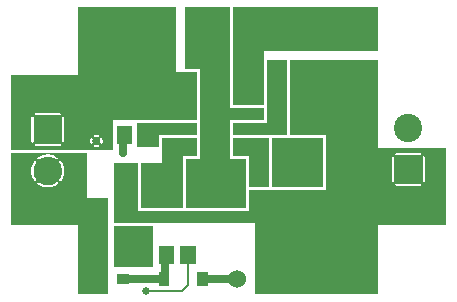
<source format=gbr>
G04 start of page 2 for group 0 idx 0 *
G04 Title: SFT-HW-0022, top *
G04 Creator: pcb 20110918 *
G04 CreationDate: Thu 04 Dec 2014 01:03:43 AM GMT UTC *
G04 For: tgack *
G04 Format: Gerber/RS-274X *
G04 PCB-Dimensions: 150000 100000 *
G04 PCB-Coordinate-Origin: lower left *
%MOIN*%
%FSLAX25Y25*%
%LNTOP*%
%ADD26C,0.0472*%
%ADD25C,0.1200*%
%ADD24C,0.0350*%
%ADD23C,0.0120*%
%ADD22C,0.0600*%
%ADD21C,0.0260*%
%ADD20R,0.0945X0.0945*%
%ADD19R,0.0200X0.0200*%
%ADD18R,0.0669X0.0669*%
%ADD17R,0.0340X0.0340*%
%ADD16R,0.0358X0.0358*%
%ADD15R,0.0512X0.0512*%
%ADD14C,0.0945*%
%ADD13C,0.0080*%
%ADD12C,0.0250*%
%ADD11C,0.0001*%
G54D11*G36*
X76500Y65000D02*Y97500D01*
X125000D01*
Y83000D01*
X87000D01*
Y65000D01*
X76500D01*
G37*
G36*
X89500Y37500D02*Y54000D01*
X106500D01*
Y37500D01*
X89500D01*
G37*
G36*
X76500Y48000D02*Y54000D01*
X88500D01*
Y37500D01*
X82000D01*
Y48000D01*
X76500D01*
G37*
G36*
Y55000D02*Y59000D01*
X88000D01*
Y80000D01*
X94500D01*
Y55000D01*
X76500D01*
G37*
G36*
X64500Y59000D02*Y55000D01*
X52000D01*
Y51000D01*
X44500D01*
Y59000D01*
X64500D01*
G37*
G36*
X37000Y11000D02*Y24500D01*
X50000D01*
Y11000D01*
X37000D01*
G37*
G36*
X64500Y54000D02*Y48000D01*
X60000D01*
Y30500D01*
X46000D01*
Y45500D01*
X53000D01*
Y54000D01*
X64500D01*
G37*
G36*
X19413Y43910D02*X19428Y43845D01*
X19485Y43424D01*
X19504Y43000D01*
X19485Y42576D01*
X19428Y42155D01*
X19413Y42090D01*
Y43910D01*
G37*
G36*
Y49000D02*X28000D01*
Y34000D01*
X35000D01*
Y2000D01*
X25000D01*
Y25000D01*
X19413D01*
Y39995D01*
X19525Y40160D01*
X19761Y40597D01*
X19956Y41054D01*
X20110Y41527D01*
X20221Y42011D01*
X20288Y42504D01*
X20310Y43000D01*
X20288Y43496D01*
X20221Y43989D01*
X20110Y44473D01*
X19956Y44946D01*
X19761Y45403D01*
X19525Y45840D01*
X19413Y46009D01*
Y49000D01*
G37*
G36*
X14782D02*X19413D01*
Y46009D01*
X19251Y46255D01*
X19210Y46303D01*
X19161Y46345D01*
X19107Y46378D01*
X19048Y46402D01*
X18986Y46417D01*
X18922Y46422D01*
X18859Y46417D01*
X18797Y46402D01*
X18738Y46378D01*
X18684Y46344D01*
X18636Y46303D01*
X18594Y46254D01*
X18561Y46200D01*
X18537Y46141D01*
X18522Y46079D01*
X18517Y46016D01*
X18522Y45952D01*
X18537Y45890D01*
X18561Y45831D01*
X18596Y45778D01*
X18834Y45427D01*
X19035Y45053D01*
X19202Y44663D01*
X19334Y44259D01*
X19413Y43910D01*
Y42090D01*
X19334Y41741D01*
X19202Y41337D01*
X19035Y40947D01*
X18834Y40573D01*
X18600Y40219D01*
X18566Y40166D01*
X18541Y40108D01*
X18527Y40047D01*
X18522Y39984D01*
X18527Y39922D01*
X18541Y39860D01*
X18565Y39802D01*
X18598Y39748D01*
X18639Y39700D01*
X18687Y39660D01*
X18740Y39627D01*
X18799Y39602D01*
X18860Y39588D01*
X18923Y39583D01*
X18985Y39588D01*
X19047Y39602D01*
X19105Y39626D01*
X19158Y39659D01*
X19206Y39700D01*
X19246Y39748D01*
X19413Y39995D01*
Y25000D01*
X14782D01*
Y37470D01*
X15276Y37492D01*
X15769Y37559D01*
X16253Y37670D01*
X16726Y37824D01*
X17183Y38019D01*
X17620Y38255D01*
X18035Y38529D01*
X18083Y38570D01*
X18125Y38619D01*
X18158Y38673D01*
X18182Y38732D01*
X18197Y38794D01*
X18202Y38858D01*
X18197Y38921D01*
X18182Y38983D01*
X18158Y39042D01*
X18124Y39096D01*
X18083Y39144D01*
X18034Y39186D01*
X17980Y39219D01*
X17921Y39243D01*
X17859Y39258D01*
X17796Y39263D01*
X17732Y39258D01*
X17670Y39243D01*
X17611Y39219D01*
X17558Y39184D01*
X17207Y38946D01*
X16833Y38745D01*
X16443Y38578D01*
X16039Y38446D01*
X15625Y38352D01*
X15204Y38295D01*
X14782Y38276D01*
Y47724D01*
X15204Y47705D01*
X15625Y47648D01*
X16039Y47554D01*
X16443Y47422D01*
X16833Y47255D01*
X17207Y47054D01*
X17561Y46820D01*
X17614Y46786D01*
X17672Y46761D01*
X17733Y46747D01*
X17796Y46742D01*
X17858Y46747D01*
X17920Y46761D01*
X17978Y46785D01*
X18032Y46818D01*
X18080Y46859D01*
X18120Y46907D01*
X18153Y46960D01*
X18178Y47019D01*
X18192Y47080D01*
X18197Y47143D01*
X18192Y47205D01*
X18178Y47267D01*
X18154Y47325D01*
X18121Y47378D01*
X18080Y47426D01*
X18032Y47466D01*
X17620Y47745D01*
X17183Y47981D01*
X16726Y48176D01*
X16253Y48330D01*
X15769Y48441D01*
X15276Y48508D01*
X14782Y48530D01*
Y49000D01*
G37*
G36*
X10147D02*X14782D01*
Y48530D01*
X14780Y48530D01*
X14284Y48508D01*
X13791Y48441D01*
X13307Y48330D01*
X12834Y48176D01*
X12377Y47981D01*
X11940Y47745D01*
X11525Y47471D01*
X11477Y47430D01*
X11435Y47381D01*
X11402Y47327D01*
X11378Y47268D01*
X11363Y47206D01*
X11358Y47142D01*
X11363Y47079D01*
X11378Y47017D01*
X11402Y46958D01*
X11436Y46904D01*
X11477Y46856D01*
X11526Y46814D01*
X11580Y46781D01*
X11639Y46757D01*
X11701Y46742D01*
X11764Y46737D01*
X11828Y46742D01*
X11890Y46757D01*
X11949Y46781D01*
X12002Y46816D01*
X12353Y47054D01*
X12727Y47255D01*
X13117Y47422D01*
X13521Y47554D01*
X13935Y47648D01*
X14356Y47705D01*
X14780Y47724D01*
X14782Y47724D01*
Y38276D01*
X14780Y38276D01*
X14356Y38295D01*
X13935Y38352D01*
X13521Y38446D01*
X13117Y38578D01*
X12727Y38745D01*
X12353Y38946D01*
X11999Y39180D01*
X11946Y39214D01*
X11888Y39239D01*
X11827Y39253D01*
X11764Y39258D01*
X11702Y39253D01*
X11640Y39239D01*
X11582Y39215D01*
X11528Y39182D01*
X11480Y39141D01*
X11440Y39093D01*
X11407Y39040D01*
X11382Y38981D01*
X11368Y38920D01*
X11363Y38857D01*
X11368Y38795D01*
X11382Y38733D01*
X11406Y38675D01*
X11439Y38622D01*
X11480Y38574D01*
X11528Y38534D01*
X11940Y38255D01*
X12377Y38019D01*
X12834Y37824D01*
X13307Y37670D01*
X13791Y37559D01*
X14284Y37492D01*
X14780Y37470D01*
X14782Y37470D01*
Y25000D01*
X10147D01*
Y39991D01*
X10309Y39745D01*
X10350Y39697D01*
X10399Y39655D01*
X10453Y39622D01*
X10512Y39598D01*
X10574Y39583D01*
X10638Y39578D01*
X10701Y39583D01*
X10763Y39598D01*
X10822Y39622D01*
X10876Y39656D01*
X10924Y39697D01*
X10966Y39746D01*
X10999Y39800D01*
X11023Y39859D01*
X11038Y39921D01*
X11043Y39984D01*
X11038Y40048D01*
X11023Y40110D01*
X10999Y40169D01*
X10964Y40222D01*
X10726Y40573D01*
X10525Y40947D01*
X10358Y41337D01*
X10226Y41741D01*
X10147Y42090D01*
Y43910D01*
X10226Y44259D01*
X10358Y44663D01*
X10525Y45053D01*
X10726Y45427D01*
X10960Y45781D01*
X10994Y45834D01*
X11019Y45892D01*
X11033Y45953D01*
X11038Y46016D01*
X11033Y46078D01*
X11019Y46140D01*
X10995Y46198D01*
X10962Y46252D01*
X10921Y46300D01*
X10873Y46340D01*
X10820Y46373D01*
X10761Y46398D01*
X10700Y46412D01*
X10637Y46417D01*
X10575Y46412D01*
X10513Y46398D01*
X10455Y46374D01*
X10402Y46341D01*
X10354Y46300D01*
X10314Y46252D01*
X10147Y46005D01*
Y49000D01*
G37*
G36*
Y42090D02*X10132Y42155D01*
X10075Y42576D01*
X10056Y43000D01*
X10075Y43424D01*
X10132Y43845D01*
X10147Y43910D01*
Y42090D01*
G37*
G36*
X2500Y49000D02*X10147D01*
Y46005D01*
X10035Y45840D01*
X9799Y45403D01*
X9604Y44946D01*
X9450Y44473D01*
X9339Y43989D01*
X9272Y43496D01*
X9250Y43000D01*
X9272Y42504D01*
X9339Y42011D01*
X9450Y41527D01*
X9604Y41054D01*
X9799Y40597D01*
X10035Y40160D01*
X10147Y39991D01*
Y25000D01*
X2500D01*
Y49000D01*
G37*
G36*
X61000Y30500D02*Y47000D01*
X65500D01*
Y77000D01*
X60500D01*
Y97500D01*
X75500D01*
Y64000D01*
X87000D01*
Y60000D01*
X75500D01*
Y47000D01*
X81000D01*
Y30500D01*
X61000D01*
G37*
G36*
X140124Y50500D02*X147500D01*
Y25000D01*
X140124D01*
Y39174D01*
X140187Y39179D01*
X140248Y39194D01*
X140307Y39218D01*
X140360Y39251D01*
X140408Y39292D01*
X140449Y39340D01*
X140482Y39393D01*
X140506Y39452D01*
X140521Y39513D01*
X140524Y39576D01*
Y47424D01*
X140521Y47487D01*
X140506Y47548D01*
X140482Y47607D01*
X140449Y47660D01*
X140408Y47708D01*
X140360Y47749D01*
X140307Y47782D01*
X140248Y47806D01*
X140187Y47821D01*
X140124Y47826D01*
Y50500D01*
G37*
G36*
X135000D02*X140124D01*
Y47826D01*
X140062Y47821D01*
X140001Y47806D01*
X139942Y47782D01*
X139889Y47749D01*
X139841Y47708D01*
X139800Y47660D01*
X139767Y47607D01*
X139743Y47548D01*
X139728Y47487D01*
X139724Y47424D01*
Y39576D01*
X139728Y39513D01*
X139743Y39452D01*
X139767Y39393D01*
X139800Y39340D01*
X139841Y39292D01*
X139889Y39251D01*
X139942Y39218D01*
X140001Y39194D01*
X140062Y39179D01*
X140124Y39174D01*
Y25000D01*
X135000D01*
Y37976D01*
X138924D01*
X138987Y37979D01*
X139048Y37994D01*
X139107Y38018D01*
X139160Y38051D01*
X139208Y38092D01*
X139249Y38140D01*
X139282Y38193D01*
X139306Y38252D01*
X139321Y38313D01*
X139326Y38376D01*
X139321Y38438D01*
X139306Y38499D01*
X139282Y38558D01*
X139249Y38611D01*
X139208Y38659D01*
X139160Y38700D01*
X139107Y38733D01*
X139048Y38757D01*
X138987Y38772D01*
X138924Y38776D01*
X135000D01*
Y48225D01*
X138924D01*
X138987Y48228D01*
X139048Y48243D01*
X139107Y48267D01*
X139160Y48300D01*
X139208Y48341D01*
X139249Y48389D01*
X139282Y48442D01*
X139306Y48501D01*
X139321Y48562D01*
X139326Y48624D01*
X139321Y48687D01*
X139306Y48748D01*
X139282Y48807D01*
X139249Y48860D01*
X139208Y48908D01*
X139160Y48949D01*
X139107Y48982D01*
X139048Y49006D01*
X138987Y49021D01*
X138924Y49024D01*
X135000D01*
Y50500D01*
G37*
G36*
X129876D02*X135000D01*
Y49024D01*
X131076D01*
X131013Y49021D01*
X130952Y49006D01*
X130893Y48982D01*
X130840Y48949D01*
X130792Y48908D01*
X130751Y48860D01*
X130718Y48807D01*
X130694Y48748D01*
X130679Y48687D01*
X130674Y48624D01*
X130679Y48562D01*
X130694Y48501D01*
X130718Y48442D01*
X130751Y48389D01*
X130792Y48341D01*
X130840Y48300D01*
X130893Y48267D01*
X130952Y48243D01*
X131013Y48228D01*
X131076Y48225D01*
X135000D01*
Y38776D01*
X131076D01*
X131013Y38772D01*
X130952Y38757D01*
X130893Y38733D01*
X130840Y38700D01*
X130792Y38659D01*
X130751Y38611D01*
X130718Y38558D01*
X130694Y38499D01*
X130679Y38438D01*
X130674Y38376D01*
X130679Y38313D01*
X130694Y38252D01*
X130718Y38193D01*
X130751Y38140D01*
X130792Y38092D01*
X130840Y38051D01*
X130893Y38018D01*
X130952Y37994D01*
X131013Y37979D01*
X131076Y37976D01*
X135000D01*
Y25000D01*
X129876D01*
Y39174D01*
X129938Y39179D01*
X129999Y39194D01*
X130058Y39218D01*
X130111Y39251D01*
X130159Y39292D01*
X130200Y39340D01*
X130233Y39393D01*
X130257Y39452D01*
X130272Y39513D01*
X130275Y39576D01*
Y47424D01*
X130272Y47487D01*
X130257Y47548D01*
X130233Y47607D01*
X130200Y47660D01*
X130159Y47708D01*
X130111Y47749D01*
X130058Y47782D01*
X129999Y47806D01*
X129938Y47821D01*
X129876Y47826D01*
Y50500D01*
G37*
G36*
X37000Y45500D02*X45000D01*
Y29500D01*
X82000D01*
Y36500D01*
X107500D01*
Y55000D01*
X95500D01*
Y80000D01*
X125000D01*
Y50500D01*
X129876D01*
Y47826D01*
X129813Y47821D01*
X129752Y47806D01*
X129693Y47782D01*
X129640Y47749D01*
X129592Y47708D01*
X129551Y47660D01*
X129518Y47607D01*
X129494Y47548D01*
X129479Y47487D01*
X129476Y47424D01*
Y39576D01*
X129479Y39513D01*
X129494Y39452D01*
X129518Y39393D01*
X129551Y39340D01*
X129592Y39292D01*
X129640Y39251D01*
X129693Y39218D01*
X129752Y39194D01*
X129813Y39179D01*
X129876Y39174D01*
Y25000D01*
X125000D01*
Y2000D01*
X84000D01*
Y25500D01*
X37000D01*
Y45500D01*
G37*
G36*
X32657Y97500D02*X57500D01*
Y76000D01*
X64500D01*
Y60000D01*
X36500D01*
Y50000D01*
X32657D01*
Y52076D01*
X32679Y52077D01*
X32740Y52092D01*
X32798Y52116D01*
X32852Y52149D01*
X32900Y52190D01*
X32941Y52238D01*
X32974Y52291D01*
X32997Y52350D01*
X33049Y52531D01*
X33083Y52717D01*
X33100Y52905D01*
Y53095D01*
X33083Y53283D01*
X33049Y53469D01*
X32999Y53651D01*
X32975Y53709D01*
X32942Y53763D01*
X32901Y53811D01*
X32853Y53852D01*
X32799Y53885D01*
X32741Y53909D01*
X32679Y53924D01*
X32657Y53926D01*
Y97500D01*
G37*
G36*
X31001D02*X32657D01*
Y53926D01*
X32616Y53929D01*
X32553Y53924D01*
X32492Y53909D01*
X32433Y53885D01*
X32380Y53852D01*
X32332Y53811D01*
X32291Y53763D01*
X32258Y53709D01*
X32234Y53651D01*
X32219Y53589D01*
X32214Y53526D01*
X32219Y53463D01*
X32235Y53402D01*
X32267Y53290D01*
X32288Y53175D01*
X32299Y53058D01*
Y52942D01*
X32288Y52825D01*
X32267Y52710D01*
X32236Y52597D01*
X32220Y52537D01*
X32215Y52474D01*
X32220Y52411D01*
X32235Y52350D01*
X32259Y52292D01*
X32292Y52238D01*
X32333Y52190D01*
X32380Y52149D01*
X32434Y52116D01*
X32492Y52092D01*
X32553Y52077D01*
X32616Y52072D01*
X32657Y52076D01*
Y50000D01*
X31001D01*
Y50900D01*
X31095D01*
X31283Y50917D01*
X31469Y50951D01*
X31651Y51001D01*
X31709Y51025D01*
X31763Y51058D01*
X31811Y51099D01*
X31852Y51147D01*
X31885Y51201D01*
X31909Y51259D01*
X31924Y51321D01*
X31929Y51384D01*
X31924Y51447D01*
X31909Y51508D01*
X31885Y51567D01*
X31852Y51620D01*
X31811Y51668D01*
X31763Y51709D01*
X31709Y51742D01*
X31651Y51766D01*
X31589Y51781D01*
X31526Y51786D01*
X31463Y51781D01*
X31402Y51765D01*
X31290Y51733D01*
X31175Y51712D01*
X31058Y51701D01*
X31001D01*
Y54299D01*
X31058D01*
X31175Y54288D01*
X31290Y54267D01*
X31403Y54236D01*
X31463Y54220D01*
X31526Y54215D01*
X31589Y54220D01*
X31650Y54235D01*
X31708Y54259D01*
X31762Y54292D01*
X31810Y54333D01*
X31851Y54380D01*
X31884Y54434D01*
X31908Y54492D01*
X31923Y54553D01*
X31928Y54616D01*
X31923Y54679D01*
X31908Y54740D01*
X31884Y54798D01*
X31851Y54852D01*
X31810Y54900D01*
X31762Y54941D01*
X31709Y54974D01*
X31650Y54997D01*
X31469Y55049D01*
X31283Y55083D01*
X31095Y55100D01*
X31001D01*
Y97500D01*
G37*
G36*
X29343D02*X31001D01*
Y55100D01*
X30905D01*
X30717Y55083D01*
X30531Y55049D01*
X30349Y54999D01*
X30291Y54975D01*
X30237Y54942D01*
X30189Y54901D01*
X30148Y54853D01*
X30115Y54799D01*
X30091Y54741D01*
X30076Y54679D01*
X30071Y54616D01*
X30076Y54553D01*
X30091Y54492D01*
X30115Y54433D01*
X30148Y54380D01*
X30189Y54332D01*
X30237Y54291D01*
X30291Y54258D01*
X30349Y54234D01*
X30411Y54219D01*
X30474Y54214D01*
X30537Y54219D01*
X30598Y54235D01*
X30710Y54267D01*
X30825Y54288D01*
X30942Y54299D01*
X31001D01*
Y51701D01*
X30942D01*
X30825Y51712D01*
X30710Y51733D01*
X30597Y51764D01*
X30537Y51780D01*
X30474Y51785D01*
X30411Y51780D01*
X30350Y51765D01*
X30292Y51741D01*
X30238Y51708D01*
X30190Y51667D01*
X30149Y51620D01*
X30116Y51566D01*
X30092Y51508D01*
X30077Y51447D01*
X30072Y51384D01*
X30077Y51321D01*
X30092Y51260D01*
X30116Y51202D01*
X30149Y51148D01*
X30190Y51100D01*
X30238Y51059D01*
X30291Y51026D01*
X30350Y51003D01*
X30531Y50951D01*
X30717Y50917D01*
X30905Y50900D01*
X31001D01*
Y50000D01*
X29343D01*
Y52074D01*
X29384Y52071D01*
X29447Y52076D01*
X29508Y52091D01*
X29567Y52115D01*
X29620Y52148D01*
X29668Y52189D01*
X29709Y52237D01*
X29742Y52291D01*
X29766Y52349D01*
X29781Y52411D01*
X29786Y52474D01*
X29781Y52537D01*
X29765Y52598D01*
X29733Y52710D01*
X29712Y52825D01*
X29701Y52942D01*
Y53058D01*
X29712Y53175D01*
X29733Y53290D01*
X29764Y53403D01*
X29780Y53463D01*
X29785Y53526D01*
X29780Y53589D01*
X29765Y53650D01*
X29741Y53708D01*
X29708Y53762D01*
X29667Y53810D01*
X29620Y53851D01*
X29566Y53884D01*
X29508Y53908D01*
X29447Y53923D01*
X29384Y53928D01*
X29343Y53924D01*
Y97500D01*
G37*
G36*
X19904Y75000D02*X25000D01*
Y97500D01*
X29343D01*
Y53924D01*
X29321Y53923D01*
X29260Y53908D01*
X29202Y53884D01*
X29148Y53851D01*
X29100Y53810D01*
X29059Y53762D01*
X29026Y53709D01*
X29003Y53650D01*
X28951Y53469D01*
X28917Y53283D01*
X28900Y53095D01*
Y52905D01*
X28917Y52717D01*
X28951Y52531D01*
X29001Y52349D01*
X29025Y52291D01*
X29058Y52237D01*
X29099Y52189D01*
X29147Y52148D01*
X29201Y52115D01*
X29259Y52091D01*
X29321Y52076D01*
X29343Y52074D01*
Y50000D01*
X19904D01*
Y52454D01*
X19967Y52459D01*
X20028Y52474D01*
X20087Y52498D01*
X20140Y52531D01*
X20188Y52572D01*
X20229Y52620D01*
X20262Y52673D01*
X20286Y52732D01*
X20301Y52793D01*
X20304Y52855D01*
Y60704D01*
X20301Y60767D01*
X20286Y60828D01*
X20262Y60887D01*
X20229Y60940D01*
X20188Y60988D01*
X20140Y61029D01*
X20087Y61062D01*
X20028Y61086D01*
X19967Y61101D01*
X19904Y61106D01*
Y75000D01*
G37*
G36*
X14780D02*X19904D01*
Y61106D01*
X19842Y61101D01*
X19781Y61086D01*
X19722Y61062D01*
X19669Y61029D01*
X19621Y60988D01*
X19580Y60940D01*
X19547Y60887D01*
X19523Y60828D01*
X19508Y60767D01*
X19504Y60704D01*
Y52855D01*
X19508Y52793D01*
X19523Y52732D01*
X19547Y52673D01*
X19580Y52620D01*
X19621Y52572D01*
X19669Y52531D01*
X19722Y52498D01*
X19781Y52474D01*
X19842Y52459D01*
X19904Y52454D01*
Y50000D01*
X14780D01*
Y51256D01*
X18704D01*
X18767Y51259D01*
X18828Y51274D01*
X18887Y51298D01*
X18940Y51331D01*
X18988Y51372D01*
X19029Y51420D01*
X19062Y51473D01*
X19086Y51532D01*
X19101Y51593D01*
X19106Y51655D01*
X19101Y51718D01*
X19086Y51779D01*
X19062Y51838D01*
X19029Y51891D01*
X18988Y51939D01*
X18940Y51980D01*
X18887Y52013D01*
X18828Y52037D01*
X18767Y52052D01*
X18704Y52055D01*
X14780D01*
Y61505D01*
X18704D01*
X18767Y61508D01*
X18828Y61523D01*
X18887Y61547D01*
X18940Y61580D01*
X18988Y61621D01*
X19029Y61669D01*
X19062Y61722D01*
X19086Y61781D01*
X19101Y61842D01*
X19106Y61904D01*
X19101Y61967D01*
X19086Y62028D01*
X19062Y62087D01*
X19029Y62140D01*
X18988Y62188D01*
X18940Y62229D01*
X18887Y62262D01*
X18828Y62286D01*
X18767Y62301D01*
X18704Y62304D01*
X14780D01*
Y75000D01*
G37*
G36*
X9656D02*X14780D01*
Y62304D01*
X10856D01*
X10793Y62301D01*
X10732Y62286D01*
X10673Y62262D01*
X10620Y62229D01*
X10572Y62188D01*
X10531Y62140D01*
X10498Y62087D01*
X10474Y62028D01*
X10459Y61967D01*
X10454Y61904D01*
X10459Y61842D01*
X10474Y61781D01*
X10498Y61722D01*
X10531Y61669D01*
X10572Y61621D01*
X10620Y61580D01*
X10673Y61547D01*
X10732Y61523D01*
X10793Y61508D01*
X10856Y61505D01*
X14780D01*
Y52055D01*
X10856D01*
X10793Y52052D01*
X10732Y52037D01*
X10673Y52013D01*
X10620Y51980D01*
X10572Y51939D01*
X10531Y51891D01*
X10498Y51838D01*
X10474Y51779D01*
X10459Y51718D01*
X10454Y51655D01*
X10459Y51593D01*
X10474Y51532D01*
X10498Y51473D01*
X10531Y51420D01*
X10572Y51372D01*
X10620Y51331D01*
X10673Y51298D01*
X10732Y51274D01*
X10793Y51259D01*
X10856Y51256D01*
X14780D01*
Y50000D01*
X9656D01*
Y52454D01*
X9718Y52459D01*
X9779Y52474D01*
X9838Y52498D01*
X9891Y52531D01*
X9939Y52572D01*
X9980Y52620D01*
X10013Y52673D01*
X10037Y52732D01*
X10052Y52793D01*
X10055Y52855D01*
Y60704D01*
X10052Y60767D01*
X10037Y60828D01*
X10013Y60887D01*
X9980Y60940D01*
X9939Y60988D01*
X9891Y61029D01*
X9838Y61062D01*
X9779Y61086D01*
X9718Y61101D01*
X9656Y61106D01*
Y75000D01*
G37*
G36*
X2500Y50000D02*Y75000D01*
X9656D01*
Y61106D01*
X9593Y61101D01*
X9532Y61086D01*
X9473Y61062D01*
X9420Y61029D01*
X9372Y60988D01*
X9331Y60940D01*
X9298Y60887D01*
X9274Y60828D01*
X9259Y60767D01*
X9256Y60704D01*
Y52855D01*
X9259Y52793D01*
X9274Y52732D01*
X9298Y52673D01*
X9331Y52620D01*
X9372Y52572D01*
X9420Y52531D01*
X9473Y52498D01*
X9532Y52474D01*
X9593Y52459D01*
X9656Y52454D01*
Y50000D01*
X2500D01*
G37*
G54D12*X40000Y7000D02*X53563D01*
X54000D02*Y14543D01*
X54457Y15000D01*
X66437Y7000D02*X78000D01*
G54D13*X61543Y15000D02*Y5043D01*
G54D12*X40000Y49000D02*Y54543D01*
X40457Y55000D01*
G54D13*X61543Y5043D02*X59500Y3000D01*
X47500D01*
G54D11*G36*
X130276Y48224D02*Y38776D01*
X139724D01*
Y48224D01*
X130276D01*
G37*
G54D14*X135000Y57280D03*
X14780Y43000D03*
G54D11*G36*
X10056Y61504D02*Y52055D01*
X19504D01*
Y61504D01*
X10056D01*
G37*
G54D15*X61543Y15393D02*Y14607D01*
X54457Y15393D02*Y14607D01*
G54D16*X66437Y7610D02*Y6390D01*
X53563Y7610D02*Y6390D01*
G54D17*X39700Y7000D02*X40300D01*
X39700Y14800D02*X40300D01*
X31500Y10900D02*X32100D01*
G54D15*X49043Y34893D02*Y34107D01*
Y41893D02*Y41107D01*
X47543Y55393D02*Y54607D01*
X41957Y34893D02*Y34107D01*
Y41893D02*Y41107D01*
X40457Y55393D02*Y54607D01*
X64043Y41893D02*Y41107D01*
X56957Y41893D02*Y41107D01*
X103457Y42393D02*Y41607D01*
X110543Y42393D02*Y41607D01*
X103457Y50393D02*Y49607D01*
X110543Y50393D02*Y49607D01*
G54D18*X108016Y69492D02*X109984D01*
G54D19*X77500Y52000D02*X84000D01*
X77500Y57000D02*X84000D01*
X77500Y62000D02*X84000D01*
X77500Y67000D02*X84000D01*
G54D15*X77957Y41893D02*Y41107D01*
X85043Y41893D02*Y41107D01*
G54D18*X108016Y93508D02*X109984D01*
G54D15*X64905Y93181D02*Y90819D01*
X53095Y93181D02*Y90819D01*
X91043Y74393D02*Y73607D01*
X83957Y74393D02*Y73607D01*
X64905Y83681D02*Y81319D01*
X53095Y83681D02*Y81319D01*
G54D19*X57000Y67000D02*X63500D01*
X57000Y62000D02*X63500D01*
X57000Y57000D02*X63500D01*
X57000Y52000D02*X63500D01*
G54D20*X70500Y63043D02*Y55957D01*
G54D21*X45000Y13500D03*
X48000D03*
G54D22*X78000Y7000D03*
G54D21*X27000Y16000D03*
Y19000D03*
X39000Y19500D03*
X27000Y4000D03*
Y7000D03*
Y10000D03*
Y13000D03*
X42000Y19500D03*
X39000Y22500D03*
X42000D03*
X45000Y19500D03*
Y22500D03*
X48000D03*
Y19500D03*
X45000Y16500D03*
X48000D03*
X47500Y3000D03*
X40000Y49000D03*
X31000Y53000D03*
X69500Y46500D03*
X72500D03*
Y43500D03*
X69500D03*
Y34500D03*
X72500D03*
Y73500D03*
Y76500D03*
X75500Y34500D03*
X78500D03*
X66500D03*
X63500D03*
X72500Y37500D03*
X69500D03*
Y40500D03*
X72500D03*
X69500Y73500D03*
Y76500D03*
X71000Y79500D03*
Y82500D03*
Y85500D03*
Y88500D03*
Y91500D03*
Y94500D03*
X97000Y46000D03*
Y49000D03*
Y52000D03*
Y43000D03*
Y40000D03*
X93500D03*
Y43000D03*
Y46000D03*
Y49000D03*
Y52000D03*
G54D23*G54D24*G54D23*G54D25*G54D26*G54D25*G54D26*G54D25*G54D26*M02*

</source>
